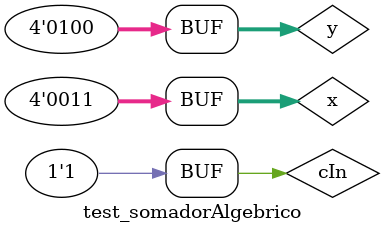
<source format=v>


  module halfAdder (output saida, output carryOut, input entrada1, input entrada2); 

		xor XOR1 (saida, entrada1, entrada2);
      and AND1 (carryOut, entrada1, entrada2);
       
	 endmodule // halfAdder 
	 
// -------------------------------------------------------------------------------------------------	 
	 
  module fullAdder (output saida, output carryOut, input entrada1, input entrada2, input carryIn); 

		wire [2:0]s; 

      halfAdder HA1 (s[0], s[1], entrada1, entrada2);
		halfAdder HA2 (saida, s[2], s[0], carryIn);
		
		or OR1 (carryOut, s[1], s[2]);	 
	     
	 endmodule // fullAdder 
	 
// -------------------------------------------------------------------------------------------------	 

  module somadorAlgebrico (output [3:0]saida, output carryOut, input [3:0]entrada1, input [3:0]entrada2, input carryIn); 
     
      wire [3:0]s;
		wire [3:0]s1;
		
	  xor XOR1 ( s[0], entrada2[0], carryIn);
	  xor XOR2 ( s[1], entrada2[1], carryIn);
	  xor XOR3 ( s[2], entrada2[2], carryIn);
	  xor XOR4 ( s[3], entrada2[3], carryIn);

			
	  fullAdder FA1 (saida[0], s1[0], entrada1[0], s[0], carryIn);
	  fullAdder FA2 (saida[1], s1[1], entrada1[1], s[1], s1[0]);
	  fullAdder FA3 (saida[2], s1[2], entrada1[2], s[2], s1[1]);
	  fullAdder FA4 (saida[3], s1[3], entrada1[3], s[3], s1[2]);
	  xor XOR1 (carryOut, carryIn, s1[3]);

    endmodule // somadorAlgebrico 

// ------------------------- 
// -- test Somador Algebrico
// -------------------------
    
	  module test_somadorAlgebrico; 

// ------------------------- definir dados 
    
	 reg  [3:0] x;
	 reg  [3:0] y;
	 reg  cIn;
	 wire [3:0] s;
	 wire cOut;

// ------------------------- instancia 
	 
     somadorAlgebrico modulo (s, cOut, x, y, cIn);
	  
// ------------------------- parte principal 

    initial begin 
    $display("Exemplo0031 - Lucas Siqueira Chagas - 380783"); 
    $display("Test ALU Somador Algebrico \n");
	 $display("soma=carryIn=0; subtração=carryIn=1 \n");
	 $display("x  y ----> carryIn = carryOut  saida \n");

     #1 x = 4'b0001; y = 4'b0010; cIn = 0;
	 $monitor("%4b  %4b ----> %b = %b %4b", x, y, cIn, cOut, s);
	  #1 x = 4'b0001; y = 4'b0010; cIn = 1;
		
	  #1 x = 4'b1010; y = 4'b1100; cIn = 0;
	  #1 x = 4'b1010; y = 4'b1100; cIn = 1;
		
     #1 x = 4'b1110; y = 4'b0110; cIn = 0;
	  #1 x = 4'b1110; y = 4'b0110; cIn = 1;
		 
     #1 x = 4'b0011; y = 4'b0100; cIn = 0;
	  #1 x = 4'b0011; y = 4'b0100; cIn = 1;
		
      end 
   endmodule // test_somadorAlgebrico 
</source>
